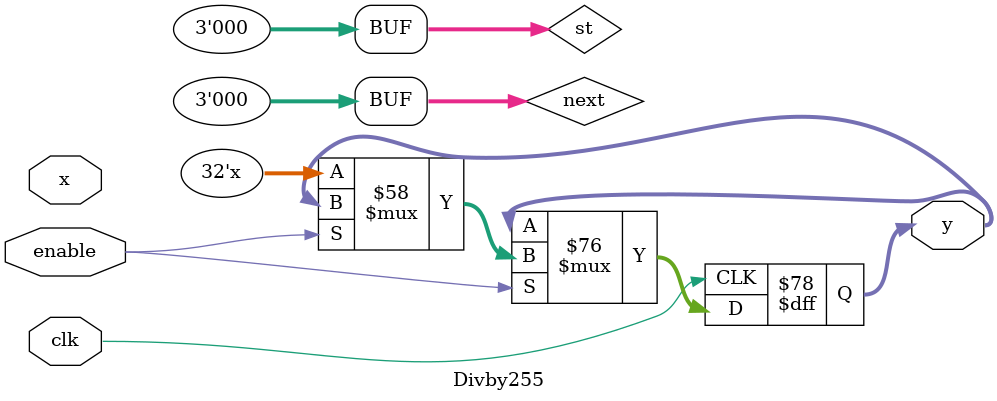
<source format=v>
`timescale 1ps/1ps

module adder(r1, r2, out);
    input [31:0] r1, r2;
    output [31:0] out;

    assign out = r1+r2;
endmodule

module shifter(r, b, out);
    input [31:0] r;
    input [4:0] b;
    output [31:0] out;

    assign out = r>>b;
endmodule

module Divby255(x, clk, enable, y);
    input [31:0] x;
    output reg [31:0] y;
    
    wire [31:0] yt;
    input clk, enable;

    reg [31:0] sum;
    reg [2:0] st, next;

    always @(x)
    begin
        sum = x+1;
        st = 0;
        next = 0;
    end

    wire [31:0] s1, s2, s3;

    shifter sh1 (x, 8, s1);
    shifter sh2 (x, 16, s2);
    shifter sh3 (x, 24, s3);

    shifter sh4 (sum, 8, yt);

    reg [31:0] a1, a2;
    wire [31:0] aout;
    adder add (a1, a2, aout);
 
    always @(posedge clk)
    begin
//        $monitor($time, "sum = %d, y = %d", sum, y);
        if(enable)
        begin
            case(st)
            0: 
            begin
                st = 1;
            end
            1:
            begin
                a1 = sum;
                a2 = s1;

                next = 2;
                st = 4;
            end
            2:
            begin
                a1 = sum;
                a2 = s2;
                
                next = 3;
                st = 4;
            end
            3:
            begin
                sum = aout;
                a1 = sum;
                a2 = s3;
                                
                st = 4;
                next = 4;
            end
            4:
            begin
                sum = aout;
                st = next;
                
                y = yt;
            end
            endcase
        end
    end

endmodule

// Alternate Approach (for hardware)
//module shift8(x, xt);
//    input [15:0] x;
//    output [15:0] xt;
//    reg [15:0] xt;
//    always @(*) xt = (x >> 8);
    
//endmodule

//module shift16(x, xt);
//    input [15:0] x;
//    output [15:0] xt;
//    reg [15:0] xt;
//    always @(*) xt = (x >> 16);
    
//endmodule

//module adder(x3, x, x1, x2);
//    input [15:0] x, x1, x2;
//    output [15:0] x3;
//    reg [15:0] x3;
//    always @ (*)x3 = x + x1 + x2;
    
//endmodule

//module Div255(x, y);
  
//  input [15:0] x;
//  output [15:0] y;
  
//  reg [15:0] y;
  
//  wire [15:0] x0, x1, x2, x3;

//    shift8 B0(x, x1);
//    shift16 B1(x, x2);
    

//    adder B2(x3, x, x1, x2);
        
//  always @(*) y = ((x3 + 1) >> 8);
//endmodule
</source>
